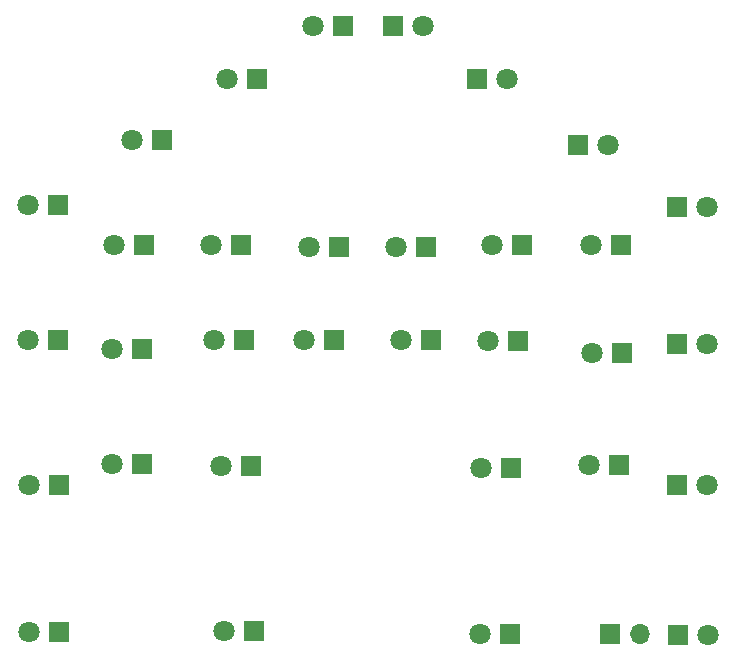
<source format=gbs>
%TF.GenerationSoftware,KiCad,Pcbnew,(5.1.4)-1*%
%TF.CreationDate,2021-08-29T09:46:42+03:00*%
%TF.ProjectId,ark,61726b2e-6b69-4636-9164-5f7063625858,rev?*%
%TF.SameCoordinates,Original*%
%TF.FileFunction,Soldermask,Bot*%
%TF.FilePolarity,Negative*%
%FSLAX46Y46*%
G04 Gerber Fmt 4.6, Leading zero omitted, Abs format (unit mm)*
G04 Created by KiCad (PCBNEW (5.1.4)-1) date 2021-08-29 09:46:42*
%MOMM*%
%LPD*%
G04 APERTURE LIST*
%ADD10R,1.700000X1.700000*%
%ADD11O,1.700000X1.700000*%
%ADD12R,1.800000X1.800000*%
%ADD13C,1.800000*%
G04 APERTURE END LIST*
D10*
%TO.C,P3*%
X276830000Y-156240000D03*
D11*
X279370000Y-156240000D03*
%TD*%
D12*
%TO.C,D29*%
X237270000Y-132090000D03*
D13*
X234730000Y-132090000D03*
%TD*%
D12*
%TO.C,D9*%
X265580000Y-109280000D03*
D13*
X268120000Y-109280000D03*
%TD*%
%TO.C,D11*%
X285100000Y-120130000D03*
D12*
X282560000Y-120130000D03*
%TD*%
%TO.C,D12*%
X282560000Y-131690000D03*
D13*
X285100000Y-131690000D03*
%TD*%
%TO.C,D13*%
X285100000Y-143620000D03*
D12*
X282560000Y-143620000D03*
%TD*%
D13*
%TO.C,D16*%
X265960000Y-142200000D03*
D12*
X268500000Y-142200000D03*
%TD*%
%TO.C,D7*%
X254280000Y-104770000D03*
D13*
X251740000Y-104770000D03*
%TD*%
%TO.C,D6*%
X244440000Y-109280000D03*
D12*
X246980000Y-109280000D03*
%TD*%
D13*
%TO.C,D1*%
X227660000Y-156130000D03*
D12*
X230200000Y-156130000D03*
%TD*%
%TO.C,D3*%
X230150000Y-131370000D03*
D13*
X227610000Y-131370000D03*
%TD*%
%TO.C,D4*%
X227630000Y-119960000D03*
D12*
X230170000Y-119960000D03*
%TD*%
%TO.C,D2*%
X230210000Y-143610000D03*
D13*
X227670000Y-143610000D03*
%TD*%
D12*
%TO.C,D5*%
X238970000Y-114430000D03*
D13*
X236430000Y-114430000D03*
%TD*%
D12*
%TO.C,D14*%
X282640000Y-156310000D03*
D13*
X285180000Y-156310000D03*
%TD*%
D12*
%TO.C,D15*%
X268430000Y-156250000D03*
D13*
X265890000Y-156250000D03*
%TD*%
%TO.C,D17*%
X275100000Y-141930000D03*
D12*
X277640000Y-141930000D03*
%TD*%
%TO.C,D18*%
X277850000Y-132480000D03*
D13*
X275310000Y-132480000D03*
%TD*%
D12*
%TO.C,D19*%
X277780000Y-123290000D03*
D13*
X275240000Y-123290000D03*
%TD*%
D12*
%TO.C,D20*%
X269440000Y-123320000D03*
D13*
X266900000Y-123320000D03*
%TD*%
%TO.C,D21*%
X266560000Y-131430000D03*
D12*
X269100000Y-131430000D03*
%TD*%
D13*
%TO.C,D22*%
X259160000Y-131390000D03*
D12*
X261700000Y-131390000D03*
%TD*%
%TO.C,D23*%
X261300000Y-123460000D03*
D13*
X258760000Y-123460000D03*
%TD*%
%TO.C,D24*%
X251400000Y-123460000D03*
D12*
X253940000Y-123460000D03*
%TD*%
D13*
%TO.C,D25*%
X250990000Y-131360000D03*
D12*
X253530000Y-131360000D03*
%TD*%
%TO.C,D26*%
X245890000Y-131360000D03*
D13*
X243350000Y-131360000D03*
%TD*%
D12*
%TO.C,D27*%
X245630000Y-123290000D03*
D13*
X243090000Y-123290000D03*
%TD*%
%TO.C,D30*%
X234750000Y-141890000D03*
D12*
X237290000Y-141890000D03*
%TD*%
%TO.C,D31*%
X246500000Y-142030000D03*
D13*
X243960000Y-142030000D03*
%TD*%
%TO.C,D8*%
X261040000Y-104810000D03*
D12*
X258500000Y-104810000D03*
%TD*%
%TO.C,D10*%
X274190000Y-114880000D03*
D13*
X276730000Y-114880000D03*
%TD*%
D12*
%TO.C,D28*%
X237390000Y-123290000D03*
D13*
X234850000Y-123290000D03*
%TD*%
D12*
%TO.C,D32*%
X246710000Y-156020000D03*
D13*
X244170000Y-156020000D03*
%TD*%
M02*

</source>
